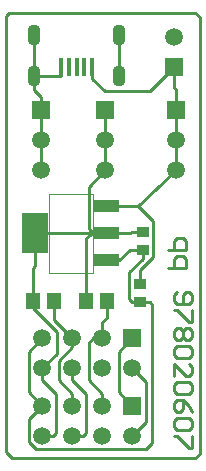
<source format=gtl>
G04*
G04 #@! TF.GenerationSoftware,Altium Limited,Altium Designer,19.0.4 (130)*
G04*
G04 Layer_Physical_Order=1*
G04 Layer_Color=255*
%FSLAX25Y25*%
%MOIN*%
G70*
G01*
G75*
%ADD11C,0.01000*%
%ADD13C,0.00394*%
%ADD14R,0.04567X0.05787*%
%ADD15R,0.01575X0.06299*%
%ADD16R,0.08661X0.03937*%
%ADD17R,0.08661X0.13780*%
%ADD18R,0.03858X0.03661*%
%ADD28C,0.05906*%
%ADD29R,0.05906X0.05906*%
%ADD30O,0.04331X0.07087*%
%ADD31R,0.05906X0.05906*%
D11*
X432000Y221500D02*
Y226900D01*
X433508Y228408D01*
Y234000D01*
X433311Y247445D02*
X437600D01*
X441155Y251000D01*
X445500D01*
X409307Y308850D02*
Y322512D01*
X411500Y277500D02*
Y287500D01*
Y297500D01*
X437457Y308850D02*
Y322512D01*
X456500Y277500D02*
Y287500D01*
Y297500D01*
Y304500D01*
X456000Y305000D02*
X456500Y304500D01*
X456000Y305000D02*
Y312000D01*
X432811Y287500D02*
Y297500D01*
Y277500D02*
Y287500D01*
X408996Y234000D02*
Y244900D01*
X409689Y245593D01*
Y256500D01*
X442000Y189000D02*
X446500Y193500D01*
Y207000D01*
X442000Y211500D02*
X446500Y207000D01*
X447800Y303800D02*
X456000Y312000D01*
X432700Y303800D02*
X447800D01*
X428500Y308000D02*
X432700Y303800D01*
X428500Y308000D02*
Y312000D01*
X427400Y272089D02*
X432811Y277500D01*
X427400Y258000D02*
Y272089D01*
Y258000D02*
X428900Y256500D01*
X433311D01*
X445500Y248000D02*
Y251000D01*
X441000Y243500D02*
X445500Y248000D01*
X441000Y234437D02*
Y243500D01*
Y234437D02*
X442000Y233437D01*
X444500D01*
X418264Y308800D02*
Y312000D01*
X433311Y265555D02*
X444000D01*
X449000Y260555D01*
Y248600D02*
Y260555D01*
X444500Y244100D02*
X449000Y248600D01*
X444500Y239500D02*
Y244100D01*
X433311Y256500D02*
X441142D01*
X441705Y257063D01*
X445500D01*
X422000Y218500D02*
Y221500D01*
X417500Y214000D02*
X422000Y218500D01*
X417500Y207500D02*
Y214000D01*
Y207500D02*
X422000Y203000D01*
Y199000D02*
Y203000D01*
X407500Y194500D02*
X412000Y199000D01*
X407500Y187000D02*
Y194500D01*
Y187000D02*
X410000Y184500D01*
X446500D01*
X448500Y186500D01*
Y232737D01*
X447800Y233437D02*
X448500Y232737D01*
X444500Y233437D02*
X447800D01*
X422000Y207500D02*
Y211500D01*
Y207500D02*
X426500Y203000D01*
Y190000D02*
Y203000D01*
X425500Y189000D02*
X426500Y190000D01*
X422000Y189000D02*
X425500D01*
X416004Y227496D02*
X422000Y221500D01*
X416004Y227496D02*
Y234000D01*
X429000Y221500D02*
X432000D01*
X427500Y220000D02*
X429000Y221500D01*
X427500Y207500D02*
Y220000D01*
Y207500D02*
X432000Y203000D01*
Y199000D02*
Y203000D01*
X437500Y203500D02*
X442000Y199000D01*
X437500Y203500D02*
Y217000D01*
X442000Y221500D01*
X407500Y217000D02*
X412000Y221500D01*
X407500Y203500D02*
Y217000D01*
Y203500D02*
X412000Y199000D01*
X411500Y297500D02*
Y302000D01*
X409307Y304193D02*
X411500Y302000D01*
X444000Y265555D02*
X456500Y277500D01*
X412000Y207500D02*
Y211500D01*
Y207500D02*
X416500Y203000D01*
Y190000D02*
Y203000D01*
X415500Y189000D02*
X416500Y190000D01*
X412000Y189000D02*
X415500D01*
X412000Y211500D02*
X416900Y216400D01*
Y223700D01*
X408996Y231604D02*
X416900Y223700D01*
X408996Y231604D02*
Y234000D01*
X426500D02*
Y255000D01*
X428900Y256500D01*
X409307Y304193D02*
Y308800D01*
Y308850D01*
Y308800D02*
X418264D01*
X409689Y256500D02*
X428900D01*
X400000Y329000D02*
X401000Y330000D01*
X400000Y183500D02*
Y329000D01*
Y183500D02*
X402000Y181500D01*
X463000D01*
X464500Y183000D01*
Y328500D01*
X463000Y330000D02*
X464500Y328500D01*
X401000Y330000D02*
X463000D01*
X454001Y251001D02*
X459999D01*
Y254000D01*
X458999Y255000D01*
X457000D01*
X456000Y254000D01*
Y251001D01*
X454001Y245003D02*
X459999D01*
Y248002D01*
X458999Y249002D01*
X457000D01*
X456000Y248002D01*
Y245003D01*
X457000Y237006D02*
X456000Y236006D01*
Y234007D01*
X457000Y233007D01*
X460998D01*
X461998Y234007D01*
Y236006D01*
X460998Y237006D01*
X459999D01*
X458999Y236006D01*
Y233007D01*
X461998Y231008D02*
Y227009D01*
X460998D01*
X457000Y231008D01*
X456000D01*
X460998Y225010D02*
X461998Y224010D01*
Y222011D01*
X460998Y221011D01*
X459999D01*
X458999Y222011D01*
X457999Y221011D01*
X457000D01*
X456000Y222011D01*
Y224010D01*
X457000Y225010D01*
X457999D01*
X458999Y224010D01*
X459999Y225010D01*
X460998D01*
X458999Y224010D02*
Y222011D01*
X460998Y219012D02*
X461998Y218012D01*
Y216013D01*
X460998Y215013D01*
X457000D01*
X456000Y216013D01*
Y218012D01*
X457000Y219012D01*
X460998D01*
X456000Y209015D02*
Y213014D01*
X459999Y209015D01*
X460998D01*
X461998Y210015D01*
Y212014D01*
X460998Y213014D01*
Y207015D02*
X461998Y206016D01*
Y204016D01*
X460998Y203017D01*
X457000D01*
X456000Y204016D01*
Y206016D01*
X457000Y207015D01*
X460998D01*
X461998Y197019D02*
X460998Y199018D01*
X458999Y201017D01*
X457000D01*
X456000Y200018D01*
Y198018D01*
X457000Y197019D01*
X457999D01*
X458999Y198018D01*
Y201017D01*
X460998Y195019D02*
X461998Y194020D01*
Y192020D01*
X460998Y191021D01*
X457000D01*
X456000Y192020D01*
Y194020D01*
X457000Y195019D01*
X460998D01*
X461998Y189021D02*
Y185023D01*
X460998D01*
X457000Y189021D01*
X456000D01*
D13*
X428783Y243311D02*
Y269689D01*
X414217Y243311D02*
Y269689D01*
Y243311D02*
X428783D01*
X414217Y269689D02*
X428783D01*
D14*
X416004Y234000D02*
D03*
X408996D02*
D03*
X433508D02*
D03*
X426500D02*
D03*
D15*
X418264Y312000D02*
D03*
X423382D02*
D03*
X425941D02*
D03*
X428500D02*
D03*
X420823D02*
D03*
D16*
X433311Y247445D02*
D03*
Y256500D02*
D03*
Y265555D02*
D03*
D17*
X409689Y256500D02*
D03*
D18*
X445500Y251000D02*
D03*
Y257063D02*
D03*
X444500Y233437D02*
D03*
Y239500D02*
D03*
D28*
X456000Y322000D02*
D03*
X442000Y211500D02*
D03*
X432000Y221500D02*
D03*
Y211500D02*
D03*
X422000Y221500D02*
D03*
Y211500D02*
D03*
X412000Y221500D02*
D03*
Y211500D02*
D03*
X442000Y189000D02*
D03*
X432000Y199000D02*
D03*
Y189000D02*
D03*
X422000Y199000D02*
D03*
Y189000D02*
D03*
X412000Y199000D02*
D03*
Y189000D02*
D03*
X456500Y287500D02*
D03*
Y277500D02*
D03*
X411500Y287500D02*
D03*
Y277500D02*
D03*
X432811Y287500D02*
D03*
Y277500D02*
D03*
D29*
X456000Y312000D02*
D03*
X456500Y297500D02*
D03*
X411500D02*
D03*
X432811D02*
D03*
D30*
X437457Y308850D02*
D03*
X409307D02*
D03*
X437457Y322512D02*
D03*
X409307D02*
D03*
D31*
X442000Y221500D02*
D03*
Y199000D02*
D03*
M02*

</source>
